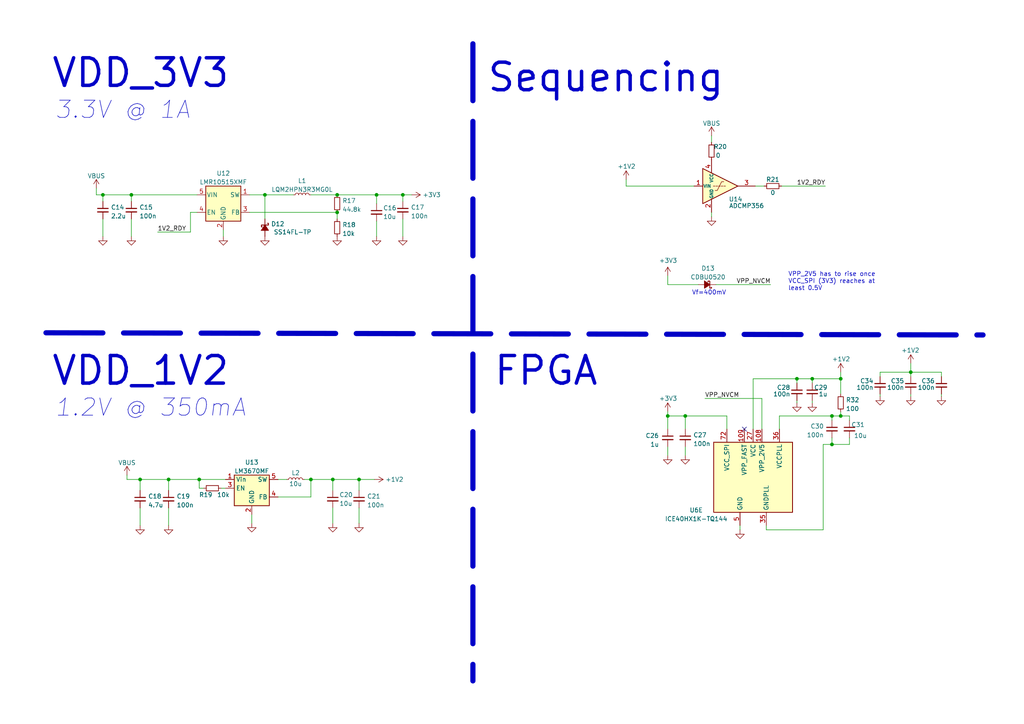
<source format=kicad_sch>
(kicad_sch (version 20230121) (generator eeschema)
  (paper "A4")
  (lib_symbols
    (symbol "Comparator:ADCMP356" (pin_names (offset 0.127))
      (property "Reference" "U" (at 3.175 5.08 0))
      (property "Value" "ADCMP356" (at 3.175 -5.08 0))
      (symbol "ADCMP356_0_1"
        (polyline (pts (xy 1.016 0) (xy 0.508 0)))
        (polyline (pts (xy 1.778 0) (xy 1.27 0)))
        (polyline (pts (xy 2.032 0) (xy 2.54 0)))
        (polyline (pts (xy 2.794 0) (xy 3.302 0)))
        (polyline (pts (xy 3.556 0) (xy 4.064 0)))
        (polyline (pts (xy -2.54 5.08) (xy 7.62 0) (xy -2.54 -5.08) (xy -2.54 5.08)) (stroke (width 0.254)) (fill (type background)))
        (polyline (pts (xy 1.016 -1.27) (xy 1.651 -1.27) (xy 2.921 1.27) (xy 3.556 1.27)))
      )
      (symbol "ADCMP356_1_1"
        (pin input line (at -5.08 0 0) (length 2.54) (name "VIN") (number "1"))
        (pin power_in line (at 0 -7.62 90) (length 3.81) (name "GND") (number "2"))
        (pin output line (at 12.7 0 180) (length 5.08) (name "~") (number "3"))
        (pin power_in line (at 0 7.62 270) (length 3.81) (name "VCC") (number "4"))
      )
    )
    (symbol "Device:C_Small" (pin_numbers hide) (pin_names (offset 0.254) hide)
      (property "Reference" "C" (at 0.254 1.778 0))
      (property "Value" "C_Small" (at 0.254 -2.032 0))
      (symbol "C_Small_0_1"
        (polyline (pts (xy -1.524 -0.508) (xy 1.524 -0.508)) (stroke (width 0.3302)))
        (polyline (pts (xy -1.524 0.508) (xy 1.524 0.508)) (stroke (width 0.3048)))
      )
      (symbol "C_Small_1_1"
        (pin passive line (at 0 2.54 270) (length 2.032) (name "~") (number "1"))
        (pin passive line (at 0 -2.54 90) (length 2.032) (name "~") (number "2"))
      )
    )
    (symbol "Device:D_Schottky_Small_Filled" (pin_numbers hide) (pin_names (offset 0.254) hide)
      (property "Reference" "D" (at -1.27 2.032 0))
      (property "Value" "D_Schottky_Small_Filled" (at -7.112 -2.032 0))
      (symbol "D_Schottky_Small_Filled_0_1"
        (polyline (pts (xy -0.762 0) (xy 0.762 0)))
        (polyline (pts (xy 0.762 -1.016) (xy -0.762 0) (xy 0.762 1.016) (xy 0.762 -1.016)) (stroke (width 0.254)) (fill (type outline)))
        (polyline (pts (xy -1.27 0.762) (xy -1.27 1.016) (xy -0.762 1.016) (xy -0.762 -1.016) (xy -0.254 -1.016) (xy -0.254 -0.762)) (stroke (width 0.254)))
      )
      (symbol "D_Schottky_Small_Filled_1_1"
        (pin passive line (at -2.54 0 0) (length 1.778) (name "K") (number "1"))
        (pin passive line (at 2.54 0 180) (length 1.778) (name "A") (number "2"))
      )
    )
    (symbol "Device:L_Small" (pin_numbers hide) (pin_names (offset 0.254) hide)
      (property "Reference" "L" (at 0.762 1.016 0))
      (property "Value" "L_Small" (at 0.762 -1.016 0))
      (symbol "L_Small_0_1"
        (arc (start 0 -2.032) (mid 0.5058 -1.524) (end 0 -1.016))
        (arc (start 0 -1.016) (mid 0.5058 -0.508) (end 0 0))
        (arc (start 0 0) (mid 0.5058 0.508) (end 0 1.016))
        (arc (start 0 1.016) (mid 0.5058 1.524) (end 0 2.032))
      )
      (symbol "L_Small_1_1"
        (pin passive line (at 0 2.54 270) (length 0.508) (name "~") (number "1"))
        (pin passive line (at 0 -2.54 90) (length 0.508) (name "~") (number "2"))
      )
    )
    (symbol "Device:R_Small" (pin_numbers hide) (pin_names (offset 0.254) hide)
      (property "Reference" "R" (at 0.762 0.508 0))
      (property "Value" "R_Small" (at 0.762 -1.016 0))
      (symbol "R_Small_0_1"
        (rectangle (start -0.762 1.778) (end 0.762 -1.778) (stroke (width 0.2032)))
      )
      (symbol "R_Small_1_1"
        (pin passive line (at 0 2.54 270) (length 0.762) (name "~") (number "1"))
        (pin passive line (at 0 -2.54 90) (length 0.762) (name "~") (number "2"))
      )
    )
    (symbol "Regulator_Switching:LM3670MF"
      (property "Reference" "U" (at -5.08 5.08 0))
      (property "Value" "LM3670MF" (at 0 5.08 0))
      (symbol "LM3670MF_0_1"
        (rectangle (start -5.08 3.81) (end 5.08 -5.08) (stroke (width 0.254)) (fill (type background)))
      )
      (symbol "LM3670MF_1_1"
        (pin power_in line (at -7.62 2.54 0) (length 2.54) (name "Vin") (number "1"))
        (pin power_in line (at 0 -7.62 90) (length 2.54) (name "GND") (number "2"))
        (pin input line (at -7.62 0 0) (length 2.54) (name "EN") (number "3"))
        (pin input line (at 7.62 -2.54 180) (length 2.54) (name "FB") (number "4"))
        (pin input line (at 7.62 2.54 180) (length 2.54) (name "SW") (number "5"))
      )
    )
    (symbol "VBUS_1" (power) (pin_names (offset 0))
      (property "Value" "VBUS_1" (at 0 3.81 0))
      (symbol "VBUS_1_0_1"
        (polyline (pts (xy -0.762 1.27) (xy 0 2.54)))
        (polyline (pts (xy 0 0) (xy 0 2.54)))
        (polyline (pts (xy 0 2.54) (xy 0.762 1.27)))
      )
      (symbol "VBUS_1_1_1"
        (pin power_in line (at 0 0 90) (length 0) hide (name "VBUS") (number "1"))
      )
    )
    (symbol "gueg_lib:ICE40HX1K-TQ144"
      (property "Reference" "U?" (at 21.2521 3.4584 0))
      (property "Value" "ICE40HX1K-TQ144" (at 21.2521 0.9215 0))
      (symbol "ICE40HX1K-TQ144_1_1"
        (rectangle (start -8.89 31.75) (end 8.89 -31.75) (stroke (width 0.254)) (fill (type background)))
        (pin bidirectional line (at -12.7 27.94 0) (length 3.81) (name "IOT_73") (number "112"))
        (pin bidirectional line (at -12.7 25.4 0) (length 3.81) (name "IOT_74") (number "113"))
        (pin bidirectional line (at -12.7 22.86 0) (length 3.81) (name "IOT_75") (number "114"))
        (pin bidirectional line (at -12.7 20.32 0) (length 3.81) (name "IOT_76") (number "115"))
        (pin bidirectional line (at -12.7 17.78 0) (length 3.81) (name "IOT_77") (number "116"))
        (pin bidirectional line (at -12.7 15.24 0) (length 3.81) (name "IOT_78") (number "117"))
        (pin bidirectional line (at -12.7 12.7 0) (length 3.81) (name "IOT_79") (number "118"))
        (pin bidirectional line (at -12.7 10.16 0) (length 3.81) (name "IOT_80") (number "119"))
        (pin bidirectional line (at -12.7 7.62 0) (length 3.81) (name "IOT_81") (number "120"))
        (pin bidirectional line (at -12.7 5.08 0) (length 3.81) (name "IOT_82") (number "121"))
        (pin bidirectional line (at -12.7 2.54 0) (length 3.81) (name "IOT_83") (number "122"))
        (pin power_in line (at 0 35.56 270) (length 3.81) (name "VCCIO_0") (number "123"))
        (pin bidirectional line (at -12.7 0 0) (length 3.81) (name "IOT_84_GBIN1") (number "128"))
        (pin bidirectional line (at -12.7 -2.54 0) (length 3.81) (name "IOT_85_GBIN0") (number "129"))
        (pin passive line (at 0 35.56 270) (length 3.81) hide (name "VCCIO_0") (number "133"))
        (pin bidirectional line (at -12.7 -5.08 0) (length 3.81) (name "IOT_87") (number "134"))
        (pin bidirectional line (at -12.7 -7.62 0) (length 3.81) (name "IOT_88") (number "135"))
        (pin bidirectional line (at -12.7 -10.16 0) (length 3.81) (name "IOT_89") (number "136"))
        (pin bidirectional line (at -12.7 -12.7 0) (length 3.81) (name "IOT_90") (number "137"))
        (pin bidirectional line (at -12.7 -15.24 0) (length 3.81) (name "IOT_91") (number "138"))
        (pin bidirectional line (at -12.7 -17.78 0) (length 3.81) (name "IOT_92") (number "139"))
        (pin bidirectional line (at -12.7 -20.32 0) (length 3.81) (name "IOT_93") (number "141"))
        (pin bidirectional line (at -12.7 -22.86 0) (length 3.81) (name "IOT_94") (number "142"))
        (pin bidirectional line (at -12.7 -25.4 0) (length 3.81) (name "IOT_95") (number "143"))
        (pin bidirectional line (at -12.7 -27.94 0) (length 3.81) (name "IOT_96") (number "144"))
        (pin no_connect line (at 7.62 10.16 180) (length 3.81) hide (name "NC") (number "15"))
        (pin no_connect line (at 7.62 7.62 180) (length 3.81) hide (name "NC") (number "16"))
        (pin no_connect line (at 7.62 5.08 180) (length 3.81) hide (name "NC") (number "17"))
        (pin no_connect line (at 7.62 -7.62 180) (length 3.81) hide (name "NC") (number "18"))
        (pin no_connect line (at 7.62 -10.16 180) (length 3.81) hide (name "NC") (number "77"))
      )
      (symbol "ICE40HX1K-TQ144_2_1"
        (rectangle (start -8.89 34.29) (end 8.89 -34.29) (stroke (width 0.254)) (fill (type background)))
        (pin passive line (at 0 38.1 270) (length 3.81) hide (name "VCCIO_1") (number "100"))
        (pin bidirectional line (at -12.7 -17.78 0) (length 3.81) (name "IOR_67") (number "101"))
        (pin bidirectional line (at -12.7 -20.32 0) (length 3.81) (name "IOR_68") (number "102"))
        (pin bidirectional line (at -12.7 -22.86 0) (length 3.81) (name "IOR_69") (number "104"))
        (pin bidirectional line (at -12.7 -25.4 0) (length 3.81) (name "IOR_70") (number "105"))
        (pin bidirectional line (at -12.7 -27.94 0) (length 3.81) (name "IOR_71") (number "106"))
        (pin bidirectional line (at -12.7 -30.48 0) (length 3.81) (name "IOR_72") (number "107"))
        (pin no_connect line (at 7.62 10.16 180) (length 3.81) hide (name "NC") (number "40"))
        (pin no_connect line (at 7.62 7.62 180) (length 3.81) hide (name "NC") (number "53"))
        (pin no_connect line (at 7.62 5.08 180) (length 3.81) hide (name "NC") (number "54"))
        (pin no_connect line (at 7.62 -7.62 180) (length 3.81) hide (name "NC") (number "55"))
        (pin bidirectional line (at -12.7 30.48 0) (length 3.81) (name "IOR_48") (number "73"))
        (pin bidirectional line (at -12.7 27.94 0) (length 3.81) (name "IOR_49") (number "74"))
        (pin bidirectional line (at -12.7 25.4 0) (length 3.81) (name "IOR_50") (number "75"))
        (pin bidirectional line (at -12.7 22.86 0) (length 3.81) (name "IOR_51") (number "76"))
        (pin bidirectional line (at -12.7 20.32 0) (length 3.81) (name "IOR_52") (number "78"))
        (pin bidirectional line (at -12.7 17.78 0) (length 3.81) (name "IOR_53") (number "79"))
        (pin bidirectional line (at -12.7 15.24 0) (length 3.81) (name "IOR_54") (number "80"))
        (pin bidirectional line (at -12.7 12.7 0) (length 3.81) (name "IOR_55") (number "81"))
        (pin no_connect line (at 7.62 -10.16 180) (length 3.81) hide (name "NC") (number "82"))
        (pin bidirectional line (at -12.7 10.16 0) (length 3.81) (name "IOR_56") (number "87"))
        (pin bidirectional line (at -12.7 7.62 0) (length 3.81) (name "IOR_57") (number "88"))
        (pin power_in line (at 0 38.1 270) (length 3.81) (name "VCCIO_1") (number "89"))
        (pin bidirectional line (at -12.7 5.08 0) (length 3.81) (name "IOR_58") (number "90"))
        (pin bidirectional line (at -12.7 2.54 0) (length 3.81) (name "IOR_59") (number "91"))
        (pin bidirectional line (at -12.7 0 0) (length 3.81) (name "IOR_60_GBIN3") (number "93"))
        (pin bidirectional line (at -12.7 -2.54 0) (length 3.81) (name "IOR_61_GBIN2") (number "94"))
        (pin bidirectional line (at -12.7 -5.08 0) (length 3.81) (name "IOR_62") (number "95"))
        (pin bidirectional line (at -12.7 -7.62 0) (length 3.81) (name "IOR_63") (number "96"))
        (pin bidirectional line (at -12.7 -10.16 0) (length 3.81) (name "IOR_64") (number "97"))
        (pin bidirectional line (at -12.7 -12.7 0) (length 3.81) (name "IOR_65") (number "98"))
        (pin bidirectional line (at -12.7 -15.24 0) (length 3.81) (name "IOR_66") (number "99"))
      )
      (symbol "ICE40HX1K-TQ144_3_1"
        (rectangle (start -8.89 29.21) (end 8.89 -29.21) (stroke (width 0.254)) (fill (type background)))
        (pin no_connect line (at 7.62 -10.16 180) (length 3.81) hide (name "NC") (number "110"))
        (pin no_connect line (at 7.62 -17.78 180) (length 3.81) hide (name "NC") (number "124"))
        (pin bidirectional line (at -12.7 22.86 0) (length 3.81) (name "IOB_24") (number "37"))
        (pin bidirectional line (at -12.7 20.32 0) (length 3.81) (name "IOB_25") (number "38"))
        (pin bidirectional line (at -12.7 17.78 0) (length 3.81) (name "IOB_26") (number "39"))
        (pin bidirectional line (at -12.7 15.24 0) (length 3.81) (name "IOB_27") (number "41"))
        (pin bidirectional line (at -12.7 12.7 0) (length 3.81) (name "IOB_28") (number "42"))
        (pin bidirectional line (at -12.7 10.16 0) (length 3.81) (name "IOB_29") (number "43"))
        (pin bidirectional line (at -12.7 7.62 0) (length 3.81) (name "IOB_30") (number "44"))
        (pin bidirectional line (at -12.7 5.08 0) (length 3.81) (name "IOB_31") (number "45"))
        (pin power_in line (at 0 33.02 270) (length 3.81) (name "VCCIO_2") (number "46"))
        (pin bidirectional line (at -12.7 2.54 0) (length 3.81) (name "IOB_32") (number "47"))
        (pin bidirectional line (at -12.7 0 0) (length 3.81) (name "IOB_33") (number "48"))
        (pin bidirectional line (at -12.7 -2.54 0) (length 3.81) (name "IOB_35_GBIN5") (number "49"))
        (pin bidirectional line (at -12.7 -5.08 0) (length 3.81) (name "IOB_36_GBIN4") (number "50"))
        (pin bidirectional line (at -12.7 -7.62 0) (length 3.81) (name "IOB_34") (number "52"))
        (pin bidirectional line (at -12.7 -10.16 0) (length 3.81) (name "IOB_37") (number "56"))
        (pin passive line (at 0 33.02 270) (length 3.81) hide (name "VCCIO_2") (number "57"))
        (pin bidirectional line (at -12.7 -12.7 0) (length 3.81) (name "IOB_38") (number "58"))
        (pin bidirectional line (at -12.7 -15.24 0) (length 3.81) (name "IOB_39") (number "60"))
        (pin bidirectional line (at -12.7 -17.78 0) (length 3.81) (name "IOB_40") (number "61"))
        (pin bidirectional line (at -12.7 -20.32 0) (length 3.81) (name "IOB_41") (number "62"))
        (pin bidirectional line (at -12.7 -22.86 0) (length 3.81) (name "IOB_42_CBSEL0") (number "63"))
        (pin bidirectional line (at -12.7 -25.4 0) (length 3.81) (name "IOB_43_CBSEL1") (number "64"))
        (pin no_connect line (at 7.62 10.16 180) (length 3.81) hide (name "NC") (number "83"))
        (pin no_connect line (at 7.62 7.62 180) (length 3.81) hide (name "NC") (number "84"))
        (pin no_connect line (at 7.62 -12.7 180) (length 3.81) hide (name "NC") (number "85"))
      )
      (symbol "ICE40HX1K-TQ144_4_1"
        (rectangle (start -8.89 34.29) (end 8.89 -34.29) (stroke (width 0.254)) (fill (type background)))
        (pin bidirectional line (at -12.7 27.94 0) (length 3.81) (name "IOL_1A") (number "1"))
        (pin bidirectional line (at -12.7 10.16 0) (length 3.81) (name "IOL_4B") (number "10"))
        (pin bidirectional line (at -12.7 7.62 0) (length 3.81) (name "IOL_5A") (number "11"))
        (pin bidirectional line (at -12.7 5.08 0) (length 3.81) (name "IOL_5B") (number "12"))
        (pin no_connect line (at 7.62 10.16 180) (length 3.81) hide (name "NC") (number "125"))
        (pin no_connect line (at 7.62 7.62 180) (length 3.81) hide (name "NC") (number "126"))
        (pin no_connect line (at 7.62 5.08 180) (length 3.81) hide (name "NC") (number "127"))
        (pin no_connect line (at 7.62 -7.62 180) (length 3.81) hide (name "NC") (number "130"))
        (pin no_connect line (at 7.62 -10.16 180) (length 3.81) hide (name "NC") (number "131"))
        (pin bidirectional line (at -12.7 2.54 0) (length 3.81) (name "IOL_6A") (number "19"))
        (pin bidirectional line (at -12.7 25.4 0) (length 3.81) (name "IOL_1B") (number "2"))
        (pin bidirectional line (at -12.7 0 0) (length 3.81) (name "IOL_6B_GBIN7") (number "20"))
        (pin bidirectional line (at -12.7 -2.54 0) (length 3.81) (name "IOL_7A_GBIN6") (number "21"))
        (pin bidirectional line (at -12.7 -5.08 0) (length 3.81) (name "IOL_7B") (number "22"))
        (pin bidirectional line (at -12.7 -7.62 0) (length 3.81) (name "IOL_8A") (number "23"))
        (pin bidirectional line (at -12.7 -10.16 0) (length 3.81) (name "IOL_8B") (number "24"))
        (pin bidirectional line (at -12.7 -12.7 0) (length 3.81) (name "IOL_9A") (number "25"))
        (pin bidirectional line (at -12.7 -15.24 0) (length 3.81) (name "IOL_9B") (number "26"))
        (pin bidirectional line (at -12.7 -17.78 0) (length 3.81) (name "IOL_10A") (number "28"))
        (pin bidirectional line (at -12.7 -20.32 0) (length 3.81) (name "IOL_10B") (number "29"))
        (pin bidirectional line (at -12.7 22.86 0) (length 3.81) (name "IOL_2A") (number "3"))
        (pin passive line (at 0 38.1 270) (length 3.81) hide (name "VCCIO_3") (number "30"))
        (pin bidirectional line (at -12.7 -22.86 0) (length 3.81) (name "IOL_11A") (number "31"))
        (pin bidirectional line (at -12.7 -25.4 0) (length 3.81) (name "IOL_11B") (number "32"))
        (pin bidirectional line (at -12.7 -27.94 0) (length 3.81) (name "IOL_12A") (number "33"))
        (pin bidirectional line (at -12.7 -30.48 0) (length 3.81) (name "IOL_12B") (number "34"))
        (pin bidirectional line (at -12.7 20.32 0) (length 3.81) (name "IOL_2B") (number "4"))
        (pin power_in line (at 0 38.1 270) (length 3.81) (name "VCCIO_3") (number "6"))
        (pin bidirectional line (at -12.7 17.78 0) (length 3.81) (name "IOL_3A") (number "7"))
        (pin bidirectional line (at -12.7 15.24 0) (length 3.81) (name "IOL_3B") (number "8"))
        (pin bidirectional line (at -12.7 12.7 0) (length 3.81) (name "IOL_4A") (number "9"))
      )
      (symbol "ICE40HX1K-TQ144_5_1"
        (rectangle (start -11.43 13.97) (end 11.43 -6.35) (stroke (width 0.254)) (fill (type background)))
        (pin passive line (at -3.81 -10.16 90) (length 3.81) hide (name "GND") (number "103"))
        (pin power_in line (at 2.54 17.78 270) (length 3.81) (name "VPP_2V5") (number "108"))
        (pin power_in line (at -2.54 17.78 270) (length 3.81) (name "VPP_FAST") (number "109"))
        (pin passive line (at 0 17.78 270) (length 3.81) hide (name "VCC") (number "111"))
        (pin passive line (at -3.81 -10.16 90) (length 3.81) hide (name "GND") (number "13"))
        (pin passive line (at -3.81 -10.16 90) (length 3.81) hide (name "GND") (number "132"))
        (pin passive line (at -3.81 -10.16 90) (length 3.81) hide (name "GND") (number "14"))
        (pin passive line (at -3.81 -10.16 90) (length 3.81) hide (name "GND") (number "140"))
        (pin power_in line (at 0 17.78 270) (length 3.81) (name "VCC") (number "27"))
        (pin power_in line (at 3.81 -10.16 90) (length 3.81) (name "GNDPLL") (number "35"))
        (pin power_in line (at 7.62 17.78 270) (length 3.81) (name "VCCPLL") (number "36"))
        (pin power_in line (at -3.81 -10.16 90) (length 3.81) (name "GND") (number "5"))
        (pin passive line (at 0 17.78 270) (length 3.81) hide (name "VCC") (number "51"))
        (pin passive line (at -3.81 -10.16 90) (length 3.81) hide (name "GND") (number "59"))
        (pin passive line (at -3.81 -10.16 90) (length 3.81) hide (name "GND") (number "69"))
        (pin power_in line (at -7.62 17.78 270) (length 3.81) (name "VCC_SPI") (number "72"))
        (pin passive line (at -3.81 -10.16 90) (length 3.81) hide (name "GND") (number "86"))
        (pin passive line (at 0 17.78 270) (length 3.81) hide (name "VCC") (number "92"))
      )
      (symbol "ICE40HX1K-TQ144_6_1"
        (rectangle (start -11.43 10.16) (end 11.43 -10.16) (stroke (width 0.254)) (fill (type background)))
        (pin open_collector line (at 15.24 3.81 180) (length 3.81) (name "CDONE") (number "65"))
        (pin input line (at -15.24 -6.35 0) (length 3.81) (name "~{CRESET_B}") (number "66"))
        (pin bidirectional line (at -15.24 6.35 0) (length 3.81) (name "IOB_44_SDO") (number "67"))
        (pin bidirectional line (at -15.24 3.81 0) (length 3.81) (name "IOB_45_SDI") (number "68"))
        (pin bidirectional line (at -15.24 1.27 0) (length 3.81) (name "IOB_46_SCK") (number "70"))
        (pin bidirectional line (at -15.24 -1.27 0) (length 3.81) (name "IOB_47_SS") (number "71"))
      )
    )
    (symbol "gueg_lib:LMR10515XMF" (pin_names (offset 0.254))
      (property "Reference" "U" (at -5.08 6.35 0))
      (property "Value" "LMR10515XMF" (at 0 6.35 0))
      (symbol "LMR10515XMF_0_1"
        (rectangle (start -5.08 5.08) (end 5.08 -5.08) (stroke (width 0.254)) (fill (type background)))
      )
      (symbol "LMR10515XMF_1_1"
        (pin output line (at 7.62 2.54 180) (length 2.54) (name "SW") (number "1"))
        (pin power_in line (at 0 -7.62 90) (length 2.54) (name "GND") (number "2"))
        (pin input line (at 7.62 -2.54 180) (length 2.54) (name "FB") (number "3"))
        (pin input line (at -7.62 -2.54 0) (length 2.54) (name "EN") (number "4"))
        (pin input line (at -7.62 2.54 0) (length 2.54) (name "VIN") (number "5"))
      )
    )
    (symbol "power:+1V2" (power) (pin_names (offset 0))
      (property "Value" "+1V2" (at 0 3.556 0))
      (symbol "+1V2_0_1"
        (polyline (pts (xy -0.762 1.27) (xy 0 2.54)))
        (polyline (pts (xy 0 0) (xy 0 2.54)))
        (polyline (pts (xy 0 2.54) (xy 0.762 1.27)))
      )
      (symbol "+1V2_1_1"
        (pin power_in line (at 0 0 90) (length 0) hide (name "+1V2") (number "1"))
      )
    )
    (symbol "power:+3V3" (power) (pin_names (offset 0))
      (property "Value" "+3V3" (at 0 3.556 0))
      (symbol "+3V3_0_1"
        (polyline (pts (xy -0.762 1.27) (xy 0 2.54)))
        (polyline (pts (xy 0 0) (xy 0 2.54)))
        (polyline (pts (xy 0 2.54) (xy 0.762 1.27)))
      )
      (symbol "+3V3_1_1"
        (pin power_in line (at 0 0 90) (length 0) hide (name "+3V3") (number "1"))
      )
    )
    (symbol "power:GND" (power) (pin_names (offset 0))
      (property "Value" "GND" (at 0 -3.81 0))
      (symbol "GND_0_1"
        (polyline (pts (xy 0 0) (xy 0 -1.27) (xy 1.27 -1.27) (xy 0 -2.54) (xy -1.27 -1.27) (xy 0 -1.27)))
      )
      (symbol "GND_1_1"
        (pin power_in line (at 0 0 270) (length 0) hide (name "GND") (number "1"))
      )
    )
    (symbol "power:VBUS" (power) (pin_names (offset 0))
      (property "Value" "VBUS" (at 0 3.81 0))
      (symbol "VBUS_0_1"
        (polyline (pts (xy -0.762 1.27) (xy 0 2.54)))
        (polyline (pts (xy 0 0) (xy 0 2.54)))
        (polyline (pts (xy 0 2.54) (xy 0.762 1.27)))
      )
      (symbol "VBUS_1_1"
        (pin power_in line (at 0 0 90) (length 0) hide (name "VBUS") (number "1"))
      )
    )
  )
  (junction (at 109.22 56.515))
  (junction (at 57.785 139.065))
  (junction (at 198.755 120.65))
  (junction (at 90.17 139.065))
  (junction (at 243.84 109.855))
  (junction (at 48.895 139.065))
  (junction (at 116.84 56.515))
  (junction (at 96.52 139.065))
  (junction (at 193.675 120.65))
  (junction (at 241.3 128.905))
  (junction (at 235.585 109.855))
  (junction (at 97.79 61.595))
  (junction (at 76.835 56.515))
  (junction (at 38.1 56.515))
  (junction (at 97.79 56.515))
  (junction (at 264.16 107.95))
  (junction (at 40.64 139.065))
  (junction (at 243.84 120.65))
  (junction (at 29.845 56.515))
  (junction (at 231.14 109.855))
  (junction (at 241.3 120.65))
  (junction (at 104.14 139.065))
  (no_connect (at 215.9 124.46))
  (wire (pts (xy 181.61 53.975) (xy 181.61 52.07)))
  (wire (pts (xy 38.1 56.515) (xy 57.15 56.515)))
  (wire (pts (xy 29.845 56.515) (xy 29.845 58.42)))
  (wire (pts (xy 96.52 147.32) (xy 96.52 151.765)))
  (wire (pts (xy 193.675 120.65) (xy 193.675 124.46)))
  (wire (pts (xy 214.63 152.4) (xy 214.63 153.67)))
  (wire (pts (xy 264.16 107.95) (xy 273.05 107.95)))
  (wire (pts (xy 116.84 56.515) (xy 116.84 58.42)))
  (wire (pts (xy 80.645 144.145) (xy 90.17 144.145)))
  (wire (pts (xy 97.79 56.515) (xy 90.17 56.515)))
  (wire (pts (xy 220.98 115.57) (xy 220.98 124.46)))
  (polyline (pts (xy 137.16 12.7) (xy 137.16 197.485)) (stroke (width 1.5) (type dash)))
  (wire (pts (xy 72.39 56.515) (xy 76.835 56.515)))
  (wire (pts (xy 193.675 129.54) (xy 193.675 132.08)))
  (wire (pts (xy 181.61 53.975) (xy 201.295 53.975)))
  (wire (pts (xy 109.22 56.515) (xy 97.79 56.515)))
  (wire (pts (xy 264.16 114.3) (xy 264.16 114.935)))
  (wire (pts (xy 29.845 63.5) (xy 29.845 68.58)))
  (wire (pts (xy 226.06 124.46) (xy 226.06 120.65)))
  (polyline (pts (xy 13.335 96.52) (xy 285.115 97.155)) (stroke (width 1.5) (type dash)))
  (wire (pts (xy 255.27 107.95) (xy 264.16 107.95)))
  (wire (pts (xy 222.25 153.67) (xy 238.76 153.67)))
  (wire (pts (xy 193.675 120.65) (xy 198.755 120.65)))
  (wire (pts (xy 246.38 120.65) (xy 246.38 121.92)))
  (wire (pts (xy 38.1 56.515) (xy 38.1 58.42)))
  (wire (pts (xy 27.94 54.61) (xy 27.94 56.515)))
  (wire (pts (xy 238.76 153.67) (xy 238.76 128.905)))
  (wire (pts (xy 109.22 56.515) (xy 116.84 56.515)))
  (wire (pts (xy 97.79 63.5) (xy 97.79 61.595)))
  (wire (pts (xy 90.17 139.065) (xy 96.52 139.065)))
  (wire (pts (xy 264.16 107.95) (xy 264.16 109.22)))
  (wire (pts (xy 255.27 114.3) (xy 255.27 114.935)))
  (wire (pts (xy 73.025 149.225) (xy 73.025 151.765)))
  (wire (pts (xy 55.245 61.595) (xy 55.245 67.31)))
  (wire (pts (xy 193.675 80.01) (xy 193.675 82.55)))
  (wire (pts (xy 80.645 139.065) (xy 83.185 139.065)))
  (wire (pts (xy 72.39 61.595) (xy 97.79 61.595)))
  (wire (pts (xy 38.1 63.5) (xy 38.1 68.58)))
  (wire (pts (xy 27.94 56.515) (xy 29.845 56.515)))
  (wire (pts (xy 64.135 141.605) (xy 65.405 141.605)))
  (wire (pts (xy 241.3 120.65) (xy 241.3 121.92)))
  (wire (pts (xy 76.835 56.515) (xy 85.09 56.515)))
  (wire (pts (xy 243.84 120.65) (xy 241.3 120.65)))
  (wire (pts (xy 64.77 66.675) (xy 64.77 68.58)))
  (wire (pts (xy 57.785 139.065) (xy 65.405 139.065)))
  (wire (pts (xy 246.38 120.65) (xy 243.84 120.65)))
  (wire (pts (xy 29.845 56.515) (xy 38.1 56.515)))
  (wire (pts (xy 96.52 139.065) (xy 104.14 139.065)))
  (wire (pts (xy 90.17 144.145) (xy 90.17 139.065)))
  (wire (pts (xy 57.15 61.595) (xy 55.245 61.595)))
  (wire (pts (xy 238.76 128.905) (xy 241.3 128.905)))
  (wire (pts (xy 104.14 139.065) (xy 104.14 142.24)))
  (wire (pts (xy 206.375 61.595) (xy 206.375 62.865)))
  (wire (pts (xy 40.64 139.065) (xy 40.64 142.24)))
  (wire (pts (xy 48.895 139.065) (xy 40.64 139.065)))
  (wire (pts (xy 273.05 114.3) (xy 273.05 114.935)))
  (wire (pts (xy 40.64 147.32) (xy 40.64 152.4)))
  (wire (pts (xy 104.14 147.32) (xy 104.14 151.765)))
  (wire (pts (xy 235.585 109.855) (xy 243.84 109.855)))
  (wire (pts (xy 226.06 120.65) (xy 241.3 120.65)))
  (wire (pts (xy 55.245 67.31) (xy 45.72 67.31)))
  (wire (pts (xy 57.785 141.605) (xy 57.785 139.065)))
  (wire (pts (xy 231.14 109.855) (xy 235.585 109.855)))
  (wire (pts (xy 235.585 116.205) (xy 235.585 116.84)))
  (wire (pts (xy 264.16 105.41) (xy 264.16 107.95)))
  (wire (pts (xy 246.38 127) (xy 246.38 128.905)))
  (wire (pts (xy 241.3 127) (xy 241.3 128.905)))
  (wire (pts (xy 231.14 109.855) (xy 231.14 111.125)))
  (wire (pts (xy 235.585 109.855) (xy 235.585 111.125)))
  (wire (pts (xy 218.44 109.855) (xy 231.14 109.855)))
  (wire (pts (xy 88.265 139.065) (xy 90.17 139.065)))
  (wire (pts (xy 109.22 59.055) (xy 109.22 56.515)))
  (wire (pts (xy 198.755 120.65) (xy 210.82 120.65)))
  (wire (pts (xy 222.25 152.4) (xy 222.25 153.67)))
  (wire (pts (xy 206.375 39.37) (xy 206.375 41.275)))
  (wire (pts (xy 109.22 64.135) (xy 109.22 68.58)))
  (wire (pts (xy 193.675 120.65) (xy 193.675 119.38)))
  (wire (pts (xy 210.82 124.46) (xy 210.82 120.65)))
  (wire (pts (xy 96.52 139.065) (xy 96.52 142.24)))
  (wire (pts (xy 220.98 115.57) (xy 204.47 115.57)))
  (wire (pts (xy 48.895 147.32) (xy 48.895 152.4)))
  (wire (pts (xy 48.895 139.065) (xy 48.895 142.24)))
  (wire (pts (xy 76.835 56.515) (xy 76.835 63.5)))
  (wire (pts (xy 198.755 120.65) (xy 198.755 124.46)))
  (wire (pts (xy 207.645 82.55) (xy 223.52 82.55)))
  (wire (pts (xy 243.84 107.95) (xy 243.84 109.855)))
  (wire (pts (xy 221.615 53.975) (xy 219.075 53.975)))
  (wire (pts (xy 104.14 139.065) (xy 108.585 139.065)))
  (wire (pts (xy 273.05 107.95) (xy 273.05 109.22)))
  (wire (pts (xy 116.84 56.515) (xy 119.38 56.515)))
  (wire (pts (xy 198.755 129.54) (xy 198.755 132.08)))
  (wire (pts (xy 255.27 107.95) (xy 255.27 109.22)))
  (wire (pts (xy 48.895 139.065) (xy 57.785 139.065)))
  (wire (pts (xy 226.695 53.975) (xy 239.395 53.975)))
  (wire (pts (xy 241.3 128.905) (xy 246.38 128.905)))
  (wire (pts (xy 231.14 116.205) (xy 231.14 116.84)))
  (wire (pts (xy 59.055 141.605) (xy 57.785 141.605)))
  (wire (pts (xy 116.84 63.5) (xy 116.84 68.58)))
  (wire (pts (xy 193.675 82.55) (xy 202.565 82.55)))
  (wire (pts (xy 36.83 139.065) (xy 40.64 139.065)))
  (wire (pts (xy 218.44 124.46) (xy 218.44 109.855)))
  (wire (pts (xy 36.83 137.795) (xy 36.83 139.065)))
  (wire (pts (xy 243.84 109.855) (xy 243.84 114.3)))
  (wire (pts (xy 243.84 119.38) (xy 243.84 120.65)))
  (text "Sequencing" (at 140.97 27.305 0) (effects (font (size 8 8) (thickness 1) bold) (justify left bottom)))
  (text "VDD_1V2" (at 14.605 112.395 0) (effects (font (size 8 8) (thickness 1) bold) (justify left bottom)))
  (text "VDD_3V3" (at 14.605 26.035 0) (effects (font (size 8 8) (thickness 1) bold) (justify left bottom)))
  (text "Vf=400mV" (at 200.66 85.725 0) (effects (font (size 1.27 1.27)) (justify left bottom)))
  (text "FPGA" (at 142.875 112.395 0) (effects (font (size 8 8) (thickness 1) bold) (justify left bottom)))
  (text "1.2V @ 350mA" (at 15.875 121.285 0) (effects (font (size 5 5) italic) (justify left bottom)))
  (text "VPP_2V5 has to rise once\nVCC_SPI (3V3) reaches at\nleast 0.5V" (at 228.6 84.455 0) (effects (font (size 1.27 1.27)) (justify left bottom)))
  (text "3.3V @ 1A" (at 15.875 34.925 0) (effects (font (size 5 5) italic) (justify left bottom)))
  (label "VPP_NVCM" (at 204.47 115.57 0))
  (label "1V2_RDY" (at 45.72 67.31 0))
  (label "1V2_RDY" (at 239.395 53.975 180))
  (label "VPP_NVCM" (at 223.52 82.55 180))
  (symbol (lib_id "Comparator:ADCMP356") (at 206.375 53.975 0) (unit 1)
    (property "Reference" "U14" (at 213.36 57.785 0))
    (property "Value" "ADCMP356" (at 216.535 59.69 0))
    (property "Footprint" "Package_TO_SOT_SMD:Analog_KS-4" (effects hide))
    (property "Datasheet" "https://www.analog.com/media/en/technical-documentation/data-sheets/ADCMP350_354_356.pdf" (effects hide))
    (property "Price" "1,24" (effects hide))
    (property "Store Ref" "584-ADCMP356YKSZR7" (effects hide))
  )
  (symbol (lib_id "power:GND") (at 116.84 68.58 0) (unit 1)
    (property "Reference" "#PWR0109" (effects hide))
    (property "Value" "GND" (effects hide))
  )
  (symbol (lib_id "gueg_lib:ICE40HX1K-TQ144") (at 218.44 142.24 0) (unit 5)
    (property "Reference" "U6" (at 201.93 147.9581 0))
    (property "Value" "ICE40HX1K-TQ144" (at 201.93 150.495 0))
    (property "Footprint" "Package_QFP:TQFP-144_20x20mm_P0.5mm" (effects hide))
    (property "Datasheet" "http://www.latticesemi.com/Products/FPGAandCPLD/iCE40" (effects hide))
    (property "Price" "7,68" (effects hide))
    (property "Store Ref" "842-ICE40HX1K-TQ144" (effects hide))
  )
  (symbol (lib_id "power:VBUS") (at 27.94 54.61 0) (unit 1)
    (property "Reference" "#PWR0103" (effects hide))
    (property "Value" "VBUS" (at 27.94 51.0342 0))
  )
  (symbol (lib_id "power:GND") (at 214.63 153.67 0) (unit 1)
    (property "Reference" "#PWR0130" (effects hide))
    (property "Value" "GND" (effects hide))
  )
  (symbol (lib_id "Device:C_Small") (at 273.05 111.76 0) (mirror y) (unit 1)
    (property "Reference" "C36" (at 271.145 110.49 0) (effects (justify left)))
    (property "Value" "100n" (at 271.145 112.395 0) (effects (justify left)))
    (property "Footprint" "Capacitor_SMD:C_0402_1005Metric" (effects hide))
    (property "Price" "0,02" (effects hide))
    (property "Store Ref" "963-EMK105BJ104KVHF" (effects hide))
  )
  (symbol (lib_id "power:+1V2") (at 243.84 107.95 0) (unit 1)
    (property "Reference" "#PWR0133" (effects hide))
    (property "Value" "+1V2" (at 241.3 104.14 0) (effects (justify left)))
  )
  (symbol (lib_id "Device:C_Small") (at 241.3 124.46 0) (mirror y) (unit 1)
    (property "Reference" "C30" (at 238.9759 123.6316 0) (effects (justify left)))
    (property "Value" "100n" (at 238.9759 126.1685 0) (effects (justify left)))
    (property "Footprint" "Capacitor_SMD:C_0402_1005Metric" (effects hide))
    (property "Price" "0,02" (effects hide))
    (property "Store Ref" "963-EMK105BJ104KVHF" (effects hide))
  )
  (symbol (lib_id "power:VBUS") (at 206.375 39.37 0) (unit 1)
    (property "Reference" "#PWR0120" (effects hide))
    (property "Value" "VBUS" (at 206.375 35.7942 0))
  )
  (symbol (lib_id "power:GND") (at 64.77 68.58 0) (unit 1)
    (property "Reference" "#PWR0102" (effects hide))
    (property "Value" "GND" (effects hide))
  )
  (symbol (lib_id "power:GND") (at 96.52 151.765 0) (unit 1)
    (property "Reference" "#PWR0111" (effects hide))
    (property "Value" "GND" (effects hide))
  )
  (symbol (lib_id "power:+3V3") (at 119.38 56.515 270) (unit 1)
    (property "Reference" "#PWR0107" (effects hide))
    (property "Value" "+3V3" (at 122.555 56.515 90) (effects (justify left)))
  )
  (symbol (lib_id "power:+3V3") (at 193.675 80.01 0) (unit 1)
    (property "Reference" "#PWR0137" (effects hide))
    (property "Value" "+3V3" (at 191.135 75.565 0) (effects (justify left)))
  )
  (symbol (lib_id "gueg_lib:LMR10515XMF") (at 64.77 59.055 0) (unit 1)
    (property "Reference" "U12" (at 64.77 50.2752 0))
    (property "Value" "LMR10515XMF" (at 64.77 52.8121 0))
    (property "Footprint" "Package_TO_SOT_SMD:SOT-23-5" (effects hide))
    (property "Datasheet" "http://www.ti.com/lit/ds/symlink/lmr10515.pdf" (effects hide))
    (property "Price" "0" (effects hide))
    (property "Stock" "1" (effects hide))
  )
  (symbol (lib_id "power:+3V3") (at 193.675 119.38 0) (unit 1)
    (property "Reference" "#PWR0118" (effects hide))
    (property "Value" "+3V3" (at 191.135 115.57 0) (effects (justify left)))
  )
  (symbol (lib_id "power:GND") (at 97.79 68.58 0) (unit 1)
    (property "Reference" "#PWR0101" (effects hide))
    (property "Value" "GND" (effects hide))
  )
  (symbol (lib_id "Device:R_Small") (at 206.375 43.815 180) (unit 1)
    (property "Reference" "R20" (at 208.915 42.545 0))
    (property "Value" "0" (at 208.28 45.085 0))
    (property "Footprint" "Resistor_SMD:R_0402_1005Metric" (effects hide))
    (property "Price" "0" (effects hide))
    (property "Store Ref" "652-CR0402AJ/-000GAS" (effects hide))
    (property "Stock" "86" (effects hide))
  )
  (symbol (lib_id "Device:L_Small") (at 85.725 139.065 90) (unit 1)
    (property "Reference" "L2" (at 86.995 137.16 90) (effects (justify left)))
    (property "Value" "10u" (at 87.63 140.335 90) (effects (justify left)))
    (property "Footprint" "gueg_lib:L_Coilcraft_D01608C" (effects hide))
    (property "Price" "1,86" (effects hide))
    (property "Store Ref" "994-DO1608C-103MLC" (effects hide))
  )
  (symbol (lib_id "Device:C_Small") (at 40.64 144.78 0) (unit 1)
    (property "Reference" "C18" (at 42.9641 143.9516 0) (effects (justify left)))
    (property "Value" "4.7u" (at 42.9641 146.4885 0) (effects (justify left)))
    (property "Footprint" "Capacitor_SMD:C_1210_3225Metric" (effects hide))
    (property "Price" "0,76" (effects hide))
    (property "Store Ref" " 80-C1210C475K4RAUTO" (effects hide))
  )
  (symbol (lib_id "Device:D_Schottky_Small_Filled") (at 205.105 82.55 180) (unit 1)
    (property "Reference" "D13" (at 205.359 77.8342 0))
    (property "Value" "CDBU0520" (at 205.359 80.3711 0))
    (property "Footprint" "Diode_SMD:D_0603_1608Metric" (effects hide))
    (property "Price" "0,43" (effects hide))
    (property "Store Ref" "750-CDBU0520" (effects hide))
  )
  (symbol (lib_id "power:GND") (at 264.16 114.935 0) (mirror y) (unit 1)
    (property "Reference" "#PWR0144" (effects hide))
    (property "Value" "GND" (effects hide))
  )
  (symbol (lib_id "Device:C_Small") (at 246.38 124.46 0) (mirror y) (unit 1)
    (property "Reference" "C31" (at 250.825 123.1931 0) (effects (justify left)))
    (property "Value" "10u" (at 251.46 126.365 0) (effects (justify left)))
    (property "Footprint" "Capacitor_SMD:C_0603_1608Metric" (effects hide))
    (property "Price" "0,42" (effects hide))
    (property "Store Ref" "603-CC603MRX5R7BB106" (effects hide))
  )
  (symbol (lib_id "power:GND") (at 76.835 68.58 0) (unit 1)
    (property "Reference" "#PWR0108" (effects hide))
    (property "Value" "GND" (effects hide))
  )
  (symbol (lib_id "Device:C_Small") (at 96.52 144.78 0) (unit 1)
    (property "Reference" "C20" (at 98.425 143.51 0) (effects (justify left)))
    (property "Value" "10u" (at 98.425 146.05 0) (effects (justify left)))
    (property "Footprint" "Capacitor_SMD:C_1812_4532Metric" (effects hide))
    (property "Price" "1,26" (effects hide))
    (property "Store Ref" "581-1812YC106KAT2A" (effects hide))
  )
  (symbol (lib_id "power:GND") (at 109.22 68.58 0) (unit 1)
    (property "Reference" "#PWR0106" (effects hide))
    (property "Value" "GND" (effects hide))
  )
  (symbol (lib_id "power:GND") (at 48.895 152.4 0) (unit 1)
    (property "Reference" "#PWR0113" (effects hide))
    (property "Value" "GND" (effects hide))
  )
  (symbol (lib_id "power:+1V2") (at 264.16 105.41 0) (mirror y) (unit 1)
    (property "Reference" "#PWR0147" (effects hide))
    (property "Value" "+1V2" (at 266.7 101.6 0) (effects (justify left)))
  )
  (symbol (lib_id "power:GND") (at 73.025 151.765 0) (unit 1)
    (property "Reference" "#PWR0115" (effects hide))
    (property "Value" "GND" (effects hide))
  )
  (symbol (lib_id "Device:C_Small") (at 255.27 111.76 0) (mirror y) (unit 1)
    (property "Reference" "C34" (at 253.365 110.49 0) (effects (justify left)))
    (property "Value" "100n" (at 253.365 112.395 0) (effects (justify left)))
    (property "Footprint" "Capacitor_SMD:C_0402_1005Metric" (effects hide))
    (property "Price" "0,02" (effects hide))
    (property "Store Ref" "963-EMK105BJ104KVHF" (effects hide))
  )
  (symbol (lib_id "power:GND") (at 255.27 114.935 0) (mirror y) (unit 1)
    (property "Reference" "#PWR0146" (effects hide))
    (property "Value" "GND" (effects hide))
  )
  (symbol (lib_id "Device:C_Small") (at 109.22 61.595 0) (unit 1)
    (property "Reference" "C16" (at 111.125 60.325 0) (effects (justify left)))
    (property "Value" "10u" (at 111.125 62.865 0) (effects (justify left)))
    (property "Footprint" "Capacitor_SMD:C_1812_4532Metric" (effects hide))
    (property "Price" "1,26" (effects hide))
    (property "Store Ref" "581-1812YC106KAT2A" (effects hide))
  )
  (symbol (lib_id "power:GND") (at 206.375 62.865 0) (unit 1)
    (property "Reference" "#PWR0121" (effects hide))
    (property "Value" "GND" (effects hide))
  )
  (symbol (lib_id "power:GND") (at 40.64 152.4 0) (unit 1)
    (property "Reference" "#PWR0112" (effects hide))
    (property "Value" "GND" (effects hide))
  )
  (symbol (lib_id "Device:C_Small") (at 116.84 60.96 0) (unit 1)
    (property "Reference" "C17" (at 119.1641 60.1316 0) (effects (justify left)))
    (property "Value" "100n" (at 119.1641 62.6685 0) (effects (justify left)))
    (property "Footprint" "Capacitor_SMD:C_0402_1005Metric" (effects hide))
    (property "Price" "0,02" (effects hide))
    (property "Store Ref" "963-EMK105BJ104KVHF" (effects hide))
  )
  (symbol (lib_id "Device:C_Small") (at 231.14 113.665 0) (mirror y) (unit 1)
    (property "Reference" "C28" (at 229.235 112.395 0) (effects (justify left)))
    (property "Value" "100n" (at 229.235 114.3 0) (effects (justify left)))
    (property "Footprint" "Capacitor_SMD:C_0402_1005Metric" (effects hide))
    (property "Price" "0,02" (effects hide))
    (property "Store Ref" "963-EMK105BJ104KVHF" (effects hide))
  )
  (symbol (lib_id "Device:C_Small") (at 29.845 60.96 0) (unit 1)
    (property "Reference" "C14" (at 32.1691 60.1316 0) (effects (justify left)))
    (property "Value" "2.2u" (at 32.1691 62.6685 0) (effects (justify left)))
    (property "Footprint" "Capacitor_SMD:C_1210_3225Metric" (effects hide))
    (property "Price" "0,49" (effects hide))
    (property "Store Ref" "80-C1210C225K4R" (effects hide))
  )
  (symbol (lib_id "Device:C_Small") (at 38.1 60.96 0) (unit 1)
    (property "Reference" "C15" (at 40.4241 60.1316 0) (effects (justify left)))
    (property "Value" "100n" (at 40.4241 62.6685 0) (effects (justify left)))
    (property "Footprint" "Capacitor_SMD:C_0402_1005Metric" (effects hide))
    (property "Price" "0,02" (effects hide))
    (property "Store Ref" "963-EMK105BJ104KVHF" (effects hide))
  )
  (symbol (lib_id "power:GND") (at 193.675 132.08 0) (unit 1)
    (property "Reference" "#PWR0132" (effects hide))
    (property "Value" "GND" (effects hide))
  )
  (symbol (lib_id "Device:R_Small") (at 61.595 141.605 90) (unit 1)
    (property "Reference" "R19" (at 59.69 143.51 90))
    (property "Value" "10k" (at 64.77 143.51 90))
    (property "Footprint" "Resistor_SMD:R_0402_1005Metric" (effects hide))
    (property "Price" "0,014" (effects hide))
    (property "Store Ref" "603-RC0402JR-7D10KL" (effects hide))
  )
  (symbol (lib_id "Device:R_Small") (at 243.84 116.84 180) (unit 1)
    (property "Reference" "R32" (at 245.3386 116.0053 0) (effects (justify right)))
    (property "Value" "100" (at 245.3386 118.5422 0) (effects (justify right)))
    (property "Footprint" "Resistor_SMD:R_0402_1005Metric" (effects hide))
    (property "Price" "0,11" (effects hide))
    (property "Store Ref" "652-CRT0402FZ1000GLF" (effects hide))
  )
  (symbol (lib_id "Device:C_Small") (at 48.895 144.78 0) (unit 1)
    (property "Reference" "C19" (at 51.2191 143.9516 0) (effects (justify left)))
    (property "Value" "100n" (at 51.2191 146.4885 0) (effects (justify left)))
    (property "Footprint" "Capacitor_SMD:C_0402_1005Metric" (effects hide))
    (property "Price" "0,02" (effects hide))
    (property "Store Ref" "963-EMK105BJ104KVHF" (effects hide))
  )
  (symbol (lib_id "Device:C_Small") (at 235.585 113.665 0) (mirror y) (unit 1)
    (property "Reference" "C29" (at 240.03 112.3981 0) (effects (justify left)))
    (property "Value" "1u" (at 240.03 114.3 0) (effects (justify left)))
    (property "Footprint" "Capacitor_SMD:C_0603_1608Metric" (effects hide))
    (property "Price" "0" (effects hide))
    (property "Store Ref" "603-CC603ZRY5V7BB105" (effects hide))
    (property "Stock" "8" (effects hide))
  )
  (symbol (lib_id "power:GND") (at 235.585 116.84 0) (mirror y) (unit 1)
    (property "Reference" "#PWR0135" (effects hide))
    (property "Value" "GND" (effects hide))
  )
  (symbol (lib_id "power:GND") (at 273.05 114.935 0) (mirror y) (unit 1)
    (property "Reference" "#PWR0145" (effects hide))
    (property "Value" "GND" (effects hide))
  )
  (symbol (lib_id "Regulator_Switching:LM3670MF") (at 73.025 141.605 0) (unit 1)
    (property "Reference" "U13" (at 73.025 134.0952 0))
    (property "Value" "LM3670MF" (at 73.025 136.6321 0))
    (property "Footprint" "Package_TO_SOT_SMD:TSOT-23-5" (effects hide))
    (property "Datasheet" "http://www.ti.com/lit/ds/symlink/lm3670.pdf" (effects hide))
    (property "Price" "1,31" (effects hide))
    (property "Store Ref" "926-LM3670MFX12NOPB" (effects hide))
  )
  (symbol (lib_id "power:GND") (at 104.14 151.765 0) (unit 1)
    (property "Reference" "#PWR0110" (effects hide))
    (property "Value" "GND" (effects hide))
  )
  (symbol (lib_id "power:GND") (at 38.1 68.58 0) (unit 1)
    (property "Reference" "#PWR0105" (effects hide))
    (property "Value" "GND" (effects hide))
  )
  (symbol (lib_id "Device:C_Small") (at 104.14 144.78 0) (unit 1)
    (property "Reference" "C21" (at 106.4641 143.9516 0) (effects (justify left)))
    (property "Value" "100n" (at 106.4641 146.4885 0) (effects (justify left)))
    (property "Footprint" "Capacitor_SMD:C_0402_1005Metric" (effects hide))
    (property "Price" "0,02" (effects hide))
    (property "Store Ref" "963-EMK105BJ104KVHF" (effects hide))
  )
  (symbol (lib_id "Device:D_Schottky_Small_Filled") (at 76.835 66.04 270) (unit 1)
    (property "Reference" "D12" (at 78.613 64.9513 90) (effects (justify left)))
    (property "Value" "SS14FL-TP" (at 79.375 67.31 90) (effects (justify left)))
    (property "Footprint" "Arduino shields:DO-221AC-2" (effects hide))
    (property "Price" "0,4" (effects hide))
    (property "Store Ref" "833-SS14FL-TP" (effects hide))
  )
  (symbol (lib_id "Device:C_Small") (at 198.755 127 0) (unit 1)
    (property "Reference" "C27" (at 201.0791 126.1716 0) (effects (justify left)))
    (property "Value" "100n" (at 201.0791 128.7085 0) (effects (justify left)))
    (property "Footprint" "Capacitor_SMD:C_0402_1005Metric" (effects hide))
    (property "Price" "0,02" (effects hide))
    (property "Store Ref" "963-EMK105BJ104KVHF" (effects hide))
  )
  (symbol (lib_id "Device:C_Small") (at 264.16 111.76 0) (mirror y) (unit 1)
    (property "Reference" "C35" (at 262.255 110.49 0) (effects (justify left)))
    (property "Value" "100n" (at 262.255 112.395 0) (effects (justify left)))
    (property "Footprint" "Capacitor_SMD:C_0402_1005Metric" (effects hide))
    (property "Price" "0,02" (effects hide))
    (property "Store Ref" "963-EMK105BJ104KVHF" (effects hide))
  )
  (symbol (lib_id "power:+1V2") (at 181.61 52.07 0) (unit 1)
    (property "Reference" "#PWR0119" (effects hide))
    (property "Value" "+1V2" (at 179.07 48.26 0) (effects (justify left)))
  )
  (symbol (lib_id "Device:R_Small") (at 224.155 53.975 90) (unit 1)
    (property "Reference" "R21" (at 224.155 52.07 90))
    (property "Value" "0" (at 224.155 55.88 90))
    (property "Footprint" "Resistor_SMD:R_0402_1005Metric" (effects hide))
    (property "Price" "0" (effects hide))
    (property "Store Ref" "652-CR0402AJ/-000GAS" (effects hide))
    (property "Stock" "86" (effects hide))
  )
  (symbol (lib_name "VBUS_1") (lib_id "power:VBUS") (at 36.83 137.795 0) (unit 1)
    (property "Reference" "#PWR0114" (effects hide))
    (property "Value" "VBUS" (at 36.83 134.2192 0))
  )
  (symbol (lib_id "Device:L_Small") (at 87.63 56.515 90) (unit 1)
    (property "Reference" "L1" (at 87.63 52.4342 90))
    (property "Value" "LQM2HPN3R3MG0L" (at 87.63 54.9711 90))
    (property "Footprint" "Inductor_SMD:L_1008_2520Metric" (effects hide))
    (property "Price" "0,23" (effects hide))
    (property "Store Ref" "81-LQM2HPN3R3MG0L" (effects hide))
  )
  (symbol (lib_id "power:+1V2") (at 108.585 139.065 270) (unit 1)
    (property "Reference" "#PWR0116" (effects hide))
    (property "Value" "+1V2" (at 111.76 139.065 90) (effects (justify left)))
  )
  (symbol (lib_id "power:GND") (at 198.755 132.08 0) (unit 1)
    (property "Reference" "#PWR0131" (effects hide))
    (property "Value" "GND" (effects hide))
  )
  (symbol (lib_id "Device:R_Small") (at 97.79 59.055 0) (unit 1)
    (property "Reference" "R17" (at 99.2886 58.2203 0) (effects (justify left)))
    (property "Value" "44.8k" (at 99.2886 60.7572 0) (effects (justify left)))
    (property "Footprint" "Resistor_SMD:R_0402_1005Metric" (effects hide))
    (property "Tolerance" "0.1%" (effects hide))
    (property "Price" "0,36" (effects hide))
    (property "Store Ref" "603-RT0402BRD0744K8L" (effects hide))
  )
  (symbol (lib_id "Device:R_Small") (at 97.79 66.04 0) (unit 1)
    (property "Reference" "R18" (at 99.2886 65.2053 0) (effects (justify left)))
    (property "Value" "10k" (at 99.2886 67.7422 0) (effects (justify left)))
    (property "Footprint" "Resistor_SMD:R_0402_1005Metric" (effects hide))
    (property "Tolerance" "0.1%" (effects hide))
    (property "Price" "0,014" (effects hide))
    (property "Store Ref" "603-RC0402JR-7D10KL" (effects hide))
  )
  (symbol (lib_id "Device:C_Small") (at 193.675 127 0) (unit 1)
    (property "Reference" "C26" (at 191.135 126.365 0) (effects (justify right)))
    (property "Value" "1u" (at 188.595 128.905 0) (effects (justify left)))
    (property "Footprint" "Capacitor_SMD:C_0603_1608Metric" (effects hide))
    (property "Price" "0" (effects hide))
    (property "Store Ref" "603-CC603ZRY5V7BB105" (effects hide))
    (property "Stock" "8" (effects hide))
  )
  (symbol (lib_id "power:GND") (at 231.14 116.84 0) (mirror y) (unit 1)
    (property "Reference" "#PWR0134" (effects hide))
    (property "Value" "GND" (effects hide))
  )
  (symbol (lib_id "power:GND") (at 29.845 68.58 0) (unit 1)
    (property "Reference" "#PWR0104" (effects hide))
    (property "Value" "GND" (effects hide))
  )
)
</source>
